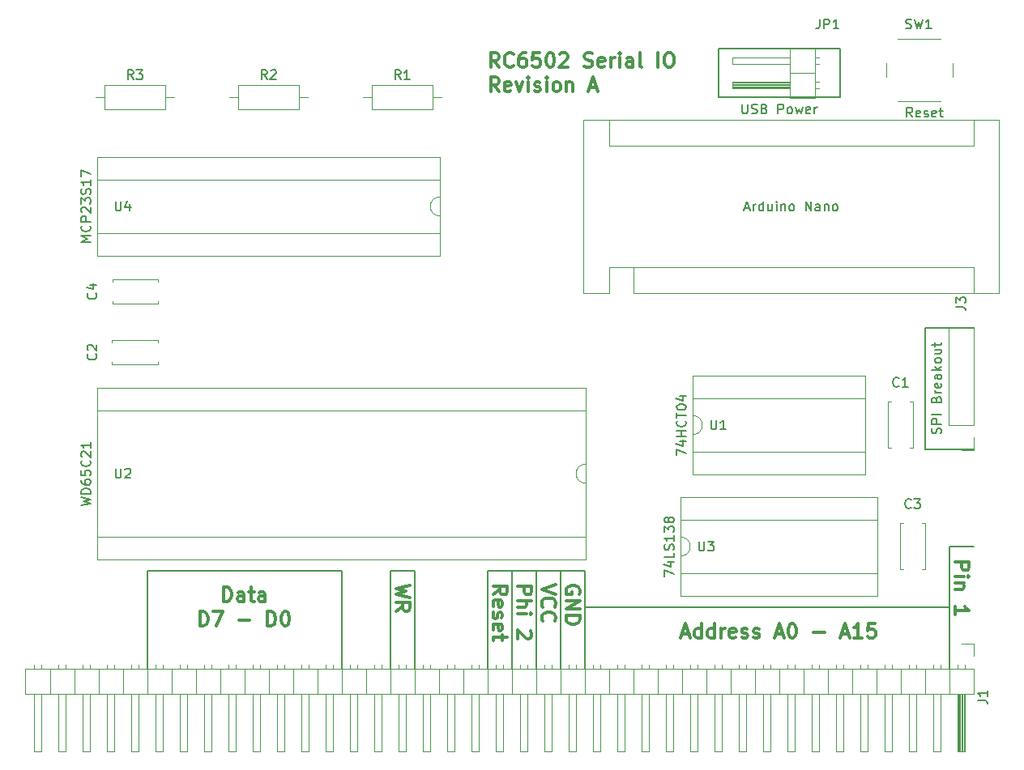
<source format=gto>
G04 #@! TF.FileFunction,Legend,Top*
%FSLAX46Y46*%
G04 Gerber Fmt 4.6, Leading zero omitted, Abs format (unit mm)*
G04 Created by KiCad (PCBNEW 4.0.6) date 05/15/17 22:09:24*
%MOMM*%
%LPD*%
G01*
G04 APERTURE LIST*
%ADD10C,0.100000*%
%ADD11C,0.300000*%
%ADD12C,0.200000*%
%ADD13C,0.120000*%
%ADD14C,0.150000*%
G04 APERTURE END LIST*
D10*
D11*
X148534286Y-71793571D02*
X148034286Y-71079286D01*
X147677143Y-71793571D02*
X147677143Y-70293571D01*
X148248571Y-70293571D01*
X148391429Y-70365000D01*
X148462857Y-70436429D01*
X148534286Y-70579286D01*
X148534286Y-70793571D01*
X148462857Y-70936429D01*
X148391429Y-71007857D01*
X148248571Y-71079286D01*
X147677143Y-71079286D01*
X150034286Y-71650714D02*
X149962857Y-71722143D01*
X149748571Y-71793571D01*
X149605714Y-71793571D01*
X149391429Y-71722143D01*
X149248571Y-71579286D01*
X149177143Y-71436429D01*
X149105714Y-71150714D01*
X149105714Y-70936429D01*
X149177143Y-70650714D01*
X149248571Y-70507857D01*
X149391429Y-70365000D01*
X149605714Y-70293571D01*
X149748571Y-70293571D01*
X149962857Y-70365000D01*
X150034286Y-70436429D01*
X151320000Y-70293571D02*
X151034286Y-70293571D01*
X150891429Y-70365000D01*
X150820000Y-70436429D01*
X150677143Y-70650714D01*
X150605714Y-70936429D01*
X150605714Y-71507857D01*
X150677143Y-71650714D01*
X150748571Y-71722143D01*
X150891429Y-71793571D01*
X151177143Y-71793571D01*
X151320000Y-71722143D01*
X151391429Y-71650714D01*
X151462857Y-71507857D01*
X151462857Y-71150714D01*
X151391429Y-71007857D01*
X151320000Y-70936429D01*
X151177143Y-70865000D01*
X150891429Y-70865000D01*
X150748571Y-70936429D01*
X150677143Y-71007857D01*
X150605714Y-71150714D01*
X152820000Y-70293571D02*
X152105714Y-70293571D01*
X152034285Y-71007857D01*
X152105714Y-70936429D01*
X152248571Y-70865000D01*
X152605714Y-70865000D01*
X152748571Y-70936429D01*
X152820000Y-71007857D01*
X152891428Y-71150714D01*
X152891428Y-71507857D01*
X152820000Y-71650714D01*
X152748571Y-71722143D01*
X152605714Y-71793571D01*
X152248571Y-71793571D01*
X152105714Y-71722143D01*
X152034285Y-71650714D01*
X153819999Y-70293571D02*
X153962856Y-70293571D01*
X154105713Y-70365000D01*
X154177142Y-70436429D01*
X154248571Y-70579286D01*
X154319999Y-70865000D01*
X154319999Y-71222143D01*
X154248571Y-71507857D01*
X154177142Y-71650714D01*
X154105713Y-71722143D01*
X153962856Y-71793571D01*
X153819999Y-71793571D01*
X153677142Y-71722143D01*
X153605713Y-71650714D01*
X153534285Y-71507857D01*
X153462856Y-71222143D01*
X153462856Y-70865000D01*
X153534285Y-70579286D01*
X153605713Y-70436429D01*
X153677142Y-70365000D01*
X153819999Y-70293571D01*
X154891427Y-70436429D02*
X154962856Y-70365000D01*
X155105713Y-70293571D01*
X155462856Y-70293571D01*
X155605713Y-70365000D01*
X155677142Y-70436429D01*
X155748570Y-70579286D01*
X155748570Y-70722143D01*
X155677142Y-70936429D01*
X154819999Y-71793571D01*
X155748570Y-71793571D01*
X157462855Y-71722143D02*
X157677141Y-71793571D01*
X158034284Y-71793571D01*
X158177141Y-71722143D01*
X158248570Y-71650714D01*
X158319998Y-71507857D01*
X158319998Y-71365000D01*
X158248570Y-71222143D01*
X158177141Y-71150714D01*
X158034284Y-71079286D01*
X157748570Y-71007857D01*
X157605712Y-70936429D01*
X157534284Y-70865000D01*
X157462855Y-70722143D01*
X157462855Y-70579286D01*
X157534284Y-70436429D01*
X157605712Y-70365000D01*
X157748570Y-70293571D01*
X158105712Y-70293571D01*
X158319998Y-70365000D01*
X159534283Y-71722143D02*
X159391426Y-71793571D01*
X159105712Y-71793571D01*
X158962855Y-71722143D01*
X158891426Y-71579286D01*
X158891426Y-71007857D01*
X158962855Y-70865000D01*
X159105712Y-70793571D01*
X159391426Y-70793571D01*
X159534283Y-70865000D01*
X159605712Y-71007857D01*
X159605712Y-71150714D01*
X158891426Y-71293571D01*
X160248569Y-71793571D02*
X160248569Y-70793571D01*
X160248569Y-71079286D02*
X160319997Y-70936429D01*
X160391426Y-70865000D01*
X160534283Y-70793571D01*
X160677140Y-70793571D01*
X161177140Y-71793571D02*
X161177140Y-70793571D01*
X161177140Y-70293571D02*
X161105711Y-70365000D01*
X161177140Y-70436429D01*
X161248568Y-70365000D01*
X161177140Y-70293571D01*
X161177140Y-70436429D01*
X162534283Y-71793571D02*
X162534283Y-71007857D01*
X162462854Y-70865000D01*
X162319997Y-70793571D01*
X162034283Y-70793571D01*
X161891426Y-70865000D01*
X162534283Y-71722143D02*
X162391426Y-71793571D01*
X162034283Y-71793571D01*
X161891426Y-71722143D01*
X161819997Y-71579286D01*
X161819997Y-71436429D01*
X161891426Y-71293571D01*
X162034283Y-71222143D01*
X162391426Y-71222143D01*
X162534283Y-71150714D01*
X163462855Y-71793571D02*
X163319997Y-71722143D01*
X163248569Y-71579286D01*
X163248569Y-70293571D01*
X165177140Y-71793571D02*
X165177140Y-70293571D01*
X166177140Y-70293571D02*
X166462854Y-70293571D01*
X166605712Y-70365000D01*
X166748569Y-70507857D01*
X166819997Y-70793571D01*
X166819997Y-71293571D01*
X166748569Y-71579286D01*
X166605712Y-71722143D01*
X166462854Y-71793571D01*
X166177140Y-71793571D01*
X166034283Y-71722143D01*
X165891426Y-71579286D01*
X165819997Y-71293571D01*
X165819997Y-70793571D01*
X165891426Y-70507857D01*
X166034283Y-70365000D01*
X166177140Y-70293571D01*
X148534286Y-74343571D02*
X148034286Y-73629286D01*
X147677143Y-74343571D02*
X147677143Y-72843571D01*
X148248571Y-72843571D01*
X148391429Y-72915000D01*
X148462857Y-72986429D01*
X148534286Y-73129286D01*
X148534286Y-73343571D01*
X148462857Y-73486429D01*
X148391429Y-73557857D01*
X148248571Y-73629286D01*
X147677143Y-73629286D01*
X149748571Y-74272143D02*
X149605714Y-74343571D01*
X149320000Y-74343571D01*
X149177143Y-74272143D01*
X149105714Y-74129286D01*
X149105714Y-73557857D01*
X149177143Y-73415000D01*
X149320000Y-73343571D01*
X149605714Y-73343571D01*
X149748571Y-73415000D01*
X149820000Y-73557857D01*
X149820000Y-73700714D01*
X149105714Y-73843571D01*
X150320000Y-73343571D02*
X150677143Y-74343571D01*
X151034285Y-73343571D01*
X151605714Y-74343571D02*
X151605714Y-73343571D01*
X151605714Y-72843571D02*
X151534285Y-72915000D01*
X151605714Y-72986429D01*
X151677142Y-72915000D01*
X151605714Y-72843571D01*
X151605714Y-72986429D01*
X152248571Y-74272143D02*
X152391428Y-74343571D01*
X152677143Y-74343571D01*
X152820000Y-74272143D01*
X152891428Y-74129286D01*
X152891428Y-74057857D01*
X152820000Y-73915000D01*
X152677143Y-73843571D01*
X152462857Y-73843571D01*
X152320000Y-73772143D01*
X152248571Y-73629286D01*
X152248571Y-73557857D01*
X152320000Y-73415000D01*
X152462857Y-73343571D01*
X152677143Y-73343571D01*
X152820000Y-73415000D01*
X153534286Y-74343571D02*
X153534286Y-73343571D01*
X153534286Y-72843571D02*
X153462857Y-72915000D01*
X153534286Y-72986429D01*
X153605714Y-72915000D01*
X153534286Y-72843571D01*
X153534286Y-72986429D01*
X154462858Y-74343571D02*
X154320000Y-74272143D01*
X154248572Y-74200714D01*
X154177143Y-74057857D01*
X154177143Y-73629286D01*
X154248572Y-73486429D01*
X154320000Y-73415000D01*
X154462858Y-73343571D01*
X154677143Y-73343571D01*
X154820000Y-73415000D01*
X154891429Y-73486429D01*
X154962858Y-73629286D01*
X154962858Y-74057857D01*
X154891429Y-74200714D01*
X154820000Y-74272143D01*
X154677143Y-74343571D01*
X154462858Y-74343571D01*
X155605715Y-73343571D02*
X155605715Y-74343571D01*
X155605715Y-73486429D02*
X155677143Y-73415000D01*
X155820001Y-73343571D01*
X156034286Y-73343571D01*
X156177143Y-73415000D01*
X156248572Y-73557857D01*
X156248572Y-74343571D01*
X158034286Y-73915000D02*
X158748572Y-73915000D01*
X157891429Y-74343571D02*
X158391429Y-72843571D01*
X158891429Y-74343571D01*
X167692858Y-131060000D02*
X168407144Y-131060000D01*
X167550001Y-131488571D02*
X168050001Y-129988571D01*
X168550001Y-131488571D01*
X169692858Y-131488571D02*
X169692858Y-129988571D01*
X169692858Y-131417143D02*
X169550001Y-131488571D01*
X169264287Y-131488571D01*
X169121429Y-131417143D01*
X169050001Y-131345714D01*
X168978572Y-131202857D01*
X168978572Y-130774286D01*
X169050001Y-130631429D01*
X169121429Y-130560000D01*
X169264287Y-130488571D01*
X169550001Y-130488571D01*
X169692858Y-130560000D01*
X171050001Y-131488571D02*
X171050001Y-129988571D01*
X171050001Y-131417143D02*
X170907144Y-131488571D01*
X170621430Y-131488571D01*
X170478572Y-131417143D01*
X170407144Y-131345714D01*
X170335715Y-131202857D01*
X170335715Y-130774286D01*
X170407144Y-130631429D01*
X170478572Y-130560000D01*
X170621430Y-130488571D01*
X170907144Y-130488571D01*
X171050001Y-130560000D01*
X171764287Y-131488571D02*
X171764287Y-130488571D01*
X171764287Y-130774286D02*
X171835715Y-130631429D01*
X171907144Y-130560000D01*
X172050001Y-130488571D01*
X172192858Y-130488571D01*
X173264286Y-131417143D02*
X173121429Y-131488571D01*
X172835715Y-131488571D01*
X172692858Y-131417143D01*
X172621429Y-131274286D01*
X172621429Y-130702857D01*
X172692858Y-130560000D01*
X172835715Y-130488571D01*
X173121429Y-130488571D01*
X173264286Y-130560000D01*
X173335715Y-130702857D01*
X173335715Y-130845714D01*
X172621429Y-130988571D01*
X173907143Y-131417143D02*
X174050000Y-131488571D01*
X174335715Y-131488571D01*
X174478572Y-131417143D01*
X174550000Y-131274286D01*
X174550000Y-131202857D01*
X174478572Y-131060000D01*
X174335715Y-130988571D01*
X174121429Y-130988571D01*
X173978572Y-130917143D01*
X173907143Y-130774286D01*
X173907143Y-130702857D01*
X173978572Y-130560000D01*
X174121429Y-130488571D01*
X174335715Y-130488571D01*
X174478572Y-130560000D01*
X175121429Y-131417143D02*
X175264286Y-131488571D01*
X175550001Y-131488571D01*
X175692858Y-131417143D01*
X175764286Y-131274286D01*
X175764286Y-131202857D01*
X175692858Y-131060000D01*
X175550001Y-130988571D01*
X175335715Y-130988571D01*
X175192858Y-130917143D01*
X175121429Y-130774286D01*
X175121429Y-130702857D01*
X175192858Y-130560000D01*
X175335715Y-130488571D01*
X175550001Y-130488571D01*
X175692858Y-130560000D01*
X177478572Y-131060000D02*
X178192858Y-131060000D01*
X177335715Y-131488571D02*
X177835715Y-129988571D01*
X178335715Y-131488571D01*
X179121429Y-129988571D02*
X179264286Y-129988571D01*
X179407143Y-130060000D01*
X179478572Y-130131429D01*
X179550001Y-130274286D01*
X179621429Y-130560000D01*
X179621429Y-130917143D01*
X179550001Y-131202857D01*
X179478572Y-131345714D01*
X179407143Y-131417143D01*
X179264286Y-131488571D01*
X179121429Y-131488571D01*
X178978572Y-131417143D01*
X178907143Y-131345714D01*
X178835715Y-131202857D01*
X178764286Y-130917143D01*
X178764286Y-130560000D01*
X178835715Y-130274286D01*
X178907143Y-130131429D01*
X178978572Y-130060000D01*
X179121429Y-129988571D01*
X181407143Y-130917143D02*
X182550000Y-130917143D01*
X184335714Y-131060000D02*
X185050000Y-131060000D01*
X184192857Y-131488571D02*
X184692857Y-129988571D01*
X185192857Y-131488571D01*
X186478571Y-131488571D02*
X185621428Y-131488571D01*
X186050000Y-131488571D02*
X186050000Y-129988571D01*
X185907143Y-130202857D01*
X185764285Y-130345714D01*
X185621428Y-130417143D01*
X187835714Y-129988571D02*
X187121428Y-129988571D01*
X187049999Y-130702857D01*
X187121428Y-130631429D01*
X187264285Y-130560000D01*
X187621428Y-130560000D01*
X187764285Y-130631429D01*
X187835714Y-130702857D01*
X187907142Y-130845714D01*
X187907142Y-131202857D01*
X187835714Y-131345714D01*
X187764285Y-131417143D01*
X187621428Y-131488571D01*
X187264285Y-131488571D01*
X187121428Y-131417143D01*
X187049999Y-131345714D01*
X119741429Y-127673571D02*
X119741429Y-126173571D01*
X120098572Y-126173571D01*
X120312857Y-126245000D01*
X120455715Y-126387857D01*
X120527143Y-126530714D01*
X120598572Y-126816429D01*
X120598572Y-127030714D01*
X120527143Y-127316429D01*
X120455715Y-127459286D01*
X120312857Y-127602143D01*
X120098572Y-127673571D01*
X119741429Y-127673571D01*
X121884286Y-127673571D02*
X121884286Y-126887857D01*
X121812857Y-126745000D01*
X121670000Y-126673571D01*
X121384286Y-126673571D01*
X121241429Y-126745000D01*
X121884286Y-127602143D02*
X121741429Y-127673571D01*
X121384286Y-127673571D01*
X121241429Y-127602143D01*
X121170000Y-127459286D01*
X121170000Y-127316429D01*
X121241429Y-127173571D01*
X121384286Y-127102143D01*
X121741429Y-127102143D01*
X121884286Y-127030714D01*
X122384286Y-126673571D02*
X122955715Y-126673571D01*
X122598572Y-126173571D02*
X122598572Y-127459286D01*
X122670000Y-127602143D01*
X122812858Y-127673571D01*
X122955715Y-127673571D01*
X124098572Y-127673571D02*
X124098572Y-126887857D01*
X124027143Y-126745000D01*
X123884286Y-126673571D01*
X123598572Y-126673571D01*
X123455715Y-126745000D01*
X124098572Y-127602143D02*
X123955715Y-127673571D01*
X123598572Y-127673571D01*
X123455715Y-127602143D01*
X123384286Y-127459286D01*
X123384286Y-127316429D01*
X123455715Y-127173571D01*
X123598572Y-127102143D01*
X123955715Y-127102143D01*
X124098572Y-127030714D01*
X117277144Y-130223571D02*
X117277144Y-128723571D01*
X117634287Y-128723571D01*
X117848572Y-128795000D01*
X117991430Y-128937857D01*
X118062858Y-129080714D01*
X118134287Y-129366429D01*
X118134287Y-129580714D01*
X118062858Y-129866429D01*
X117991430Y-130009286D01*
X117848572Y-130152143D01*
X117634287Y-130223571D01*
X117277144Y-130223571D01*
X118634287Y-128723571D02*
X119634287Y-128723571D01*
X118991430Y-130223571D01*
X121348572Y-129652143D02*
X122491429Y-129652143D01*
X124348572Y-130223571D02*
X124348572Y-128723571D01*
X124705715Y-128723571D01*
X124920000Y-128795000D01*
X125062858Y-128937857D01*
X125134286Y-129080714D01*
X125205715Y-129366429D01*
X125205715Y-129580714D01*
X125134286Y-129866429D01*
X125062858Y-130009286D01*
X124920000Y-130152143D01*
X124705715Y-130223571D01*
X124348572Y-130223571D01*
X126134286Y-128723571D02*
X126277143Y-128723571D01*
X126420000Y-128795000D01*
X126491429Y-128866429D01*
X126562858Y-129009286D01*
X126634286Y-129295000D01*
X126634286Y-129652143D01*
X126562858Y-129937857D01*
X126491429Y-130080714D01*
X126420000Y-130152143D01*
X126277143Y-130223571D01*
X126134286Y-130223571D01*
X125991429Y-130152143D01*
X125920000Y-130080714D01*
X125848572Y-129937857D01*
X125777143Y-129652143D01*
X125777143Y-129295000D01*
X125848572Y-129009286D01*
X125920000Y-128866429D01*
X125991429Y-128795000D01*
X126134286Y-128723571D01*
X156960000Y-126872857D02*
X157031429Y-126730000D01*
X157031429Y-126515714D01*
X156960000Y-126301429D01*
X156817143Y-126158571D01*
X156674286Y-126087143D01*
X156388571Y-126015714D01*
X156174286Y-126015714D01*
X155888571Y-126087143D01*
X155745714Y-126158571D01*
X155602857Y-126301429D01*
X155531429Y-126515714D01*
X155531429Y-126658571D01*
X155602857Y-126872857D01*
X155674286Y-126944286D01*
X156174286Y-126944286D01*
X156174286Y-126658571D01*
X155531429Y-127587143D02*
X157031429Y-127587143D01*
X155531429Y-128444286D01*
X157031429Y-128444286D01*
X155531429Y-129158572D02*
X157031429Y-129158572D01*
X157031429Y-129515715D01*
X156960000Y-129730000D01*
X156817143Y-129872858D01*
X156674286Y-129944286D01*
X156388571Y-130015715D01*
X156174286Y-130015715D01*
X155888571Y-129944286D01*
X155745714Y-129872858D01*
X155602857Y-129730000D01*
X155531429Y-129515715D01*
X155531429Y-129158572D01*
X154491429Y-125872857D02*
X152991429Y-126372857D01*
X154491429Y-126872857D01*
X153134286Y-128230000D02*
X153062857Y-128158571D01*
X152991429Y-127944285D01*
X152991429Y-127801428D01*
X153062857Y-127587143D01*
X153205714Y-127444285D01*
X153348571Y-127372857D01*
X153634286Y-127301428D01*
X153848571Y-127301428D01*
X154134286Y-127372857D01*
X154277143Y-127444285D01*
X154420000Y-127587143D01*
X154491429Y-127801428D01*
X154491429Y-127944285D01*
X154420000Y-128158571D01*
X154348571Y-128230000D01*
X153134286Y-129730000D02*
X153062857Y-129658571D01*
X152991429Y-129444285D01*
X152991429Y-129301428D01*
X153062857Y-129087143D01*
X153205714Y-128944285D01*
X153348571Y-128872857D01*
X153634286Y-128801428D01*
X153848571Y-128801428D01*
X154134286Y-128872857D01*
X154277143Y-128944285D01*
X154420000Y-129087143D01*
X154491429Y-129301428D01*
X154491429Y-129444285D01*
X154420000Y-129658571D01*
X154348571Y-129730000D01*
X150451429Y-126087143D02*
X151951429Y-126087143D01*
X151951429Y-126658571D01*
X151880000Y-126801429D01*
X151808571Y-126872857D01*
X151665714Y-126944286D01*
X151451429Y-126944286D01*
X151308571Y-126872857D01*
X151237143Y-126801429D01*
X151165714Y-126658571D01*
X151165714Y-126087143D01*
X150451429Y-127587143D02*
X151951429Y-127587143D01*
X150451429Y-128230000D02*
X151237143Y-128230000D01*
X151380000Y-128158571D01*
X151451429Y-128015714D01*
X151451429Y-127801429D01*
X151380000Y-127658571D01*
X151308571Y-127587143D01*
X150451429Y-128944286D02*
X151451429Y-128944286D01*
X151951429Y-128944286D02*
X151880000Y-128872857D01*
X151808571Y-128944286D01*
X151880000Y-129015714D01*
X151951429Y-128944286D01*
X151808571Y-128944286D01*
X151808571Y-130730000D02*
X151880000Y-130801429D01*
X151951429Y-130944286D01*
X151951429Y-131301429D01*
X151880000Y-131444286D01*
X151808571Y-131515715D01*
X151665714Y-131587143D01*
X151522857Y-131587143D01*
X151308571Y-131515715D01*
X150451429Y-130658572D01*
X150451429Y-131587143D01*
X139251429Y-125944286D02*
X137751429Y-126301429D01*
X138822857Y-126587143D01*
X137751429Y-126872857D01*
X139251429Y-127230000D01*
X137751429Y-128658572D02*
X138465714Y-128158572D01*
X137751429Y-127801429D02*
X139251429Y-127801429D01*
X139251429Y-128372857D01*
X139180000Y-128515715D01*
X139108571Y-128587143D01*
X138965714Y-128658572D01*
X138751429Y-128658572D01*
X138608571Y-128587143D01*
X138537143Y-128515715D01*
X138465714Y-128372857D01*
X138465714Y-127801429D01*
D12*
X157480000Y-128270000D02*
X195580000Y-128270000D01*
X157480000Y-124460000D02*
X157480000Y-134620000D01*
X154940000Y-124460000D02*
X157480000Y-124460000D01*
X154940000Y-124460000D02*
X154940000Y-134620000D01*
X152400000Y-124460000D02*
X154940000Y-124460000D01*
X152400000Y-124460000D02*
X152400000Y-134620000D01*
X149860000Y-124460000D02*
X152400000Y-124460000D01*
X147320000Y-124460000D02*
X147320000Y-134620000D01*
D11*
X147911429Y-126944286D02*
X148625714Y-126444286D01*
X147911429Y-126087143D02*
X149411429Y-126087143D01*
X149411429Y-126658571D01*
X149340000Y-126801429D01*
X149268571Y-126872857D01*
X149125714Y-126944286D01*
X148911429Y-126944286D01*
X148768571Y-126872857D01*
X148697143Y-126801429D01*
X148625714Y-126658571D01*
X148625714Y-126087143D01*
X147982857Y-128158571D02*
X147911429Y-128015714D01*
X147911429Y-127730000D01*
X147982857Y-127587143D01*
X148125714Y-127515714D01*
X148697143Y-127515714D01*
X148840000Y-127587143D01*
X148911429Y-127730000D01*
X148911429Y-128015714D01*
X148840000Y-128158571D01*
X148697143Y-128230000D01*
X148554286Y-128230000D01*
X148411429Y-127515714D01*
X147982857Y-128801428D02*
X147911429Y-128944285D01*
X147911429Y-129230000D01*
X147982857Y-129372857D01*
X148125714Y-129444285D01*
X148197143Y-129444285D01*
X148340000Y-129372857D01*
X148411429Y-129230000D01*
X148411429Y-129015714D01*
X148482857Y-128872857D01*
X148625714Y-128801428D01*
X148697143Y-128801428D01*
X148840000Y-128872857D01*
X148911429Y-129015714D01*
X148911429Y-129230000D01*
X148840000Y-129372857D01*
X147982857Y-130658571D02*
X147911429Y-130515714D01*
X147911429Y-130230000D01*
X147982857Y-130087143D01*
X148125714Y-130015714D01*
X148697143Y-130015714D01*
X148840000Y-130087143D01*
X148911429Y-130230000D01*
X148911429Y-130515714D01*
X148840000Y-130658571D01*
X148697143Y-130730000D01*
X148554286Y-130730000D01*
X148411429Y-130015714D01*
X148911429Y-131158571D02*
X148911429Y-131730000D01*
X149411429Y-131372857D02*
X148125714Y-131372857D01*
X147982857Y-131444285D01*
X147911429Y-131587143D01*
X147911429Y-131730000D01*
D12*
X149860000Y-124460000D02*
X149860000Y-134620000D01*
X147320000Y-124460000D02*
X149860000Y-124460000D01*
X139700000Y-124460000D02*
X139700000Y-134620000D01*
X137160000Y-124460000D02*
X139700000Y-124460000D01*
X137160000Y-134620000D02*
X137160000Y-124460000D01*
X132080000Y-124460000D02*
X132080000Y-134620000D01*
X111760000Y-124460000D02*
X132080000Y-124460000D01*
X111760000Y-134620000D02*
X111760000Y-124460000D01*
D11*
X196171429Y-123547143D02*
X197671429Y-123547143D01*
X197671429Y-124118571D01*
X197600000Y-124261429D01*
X197528571Y-124332857D01*
X197385714Y-124404286D01*
X197171429Y-124404286D01*
X197028571Y-124332857D01*
X196957143Y-124261429D01*
X196885714Y-124118571D01*
X196885714Y-123547143D01*
X196171429Y-125047143D02*
X197171429Y-125047143D01*
X197671429Y-125047143D02*
X197600000Y-124975714D01*
X197528571Y-125047143D01*
X197600000Y-125118571D01*
X197671429Y-125047143D01*
X197528571Y-125047143D01*
X197171429Y-125761429D02*
X196171429Y-125761429D01*
X197028571Y-125761429D02*
X197100000Y-125832857D01*
X197171429Y-125975715D01*
X197171429Y-126190000D01*
X197100000Y-126332857D01*
X196957143Y-126404286D01*
X196171429Y-126404286D01*
X196171429Y-129047143D02*
X196171429Y-128190000D01*
X196171429Y-128618572D02*
X197671429Y-128618572D01*
X197457143Y-128475715D01*
X197314286Y-128332857D01*
X197242857Y-128190000D01*
D12*
X195580000Y-121920000D02*
X198120000Y-121920000D01*
X195580000Y-134620000D02*
X195580000Y-121920000D01*
X193040000Y-99060000D02*
X198120000Y-99060000D01*
X193040000Y-111760000D02*
X193040000Y-99060000D01*
X198120000Y-111760000D02*
X193040000Y-111760000D01*
X184150000Y-74930000D02*
X184150000Y-69850000D01*
X171450000Y-74930000D02*
X184150000Y-74930000D01*
X171450000Y-69850000D02*
X171450000Y-74930000D01*
X184150000Y-69850000D02*
X171450000Y-69850000D01*
D13*
X191810000Y-106770000D02*
X191810000Y-111590000D01*
X189190000Y-106770000D02*
X189190000Y-111590000D01*
X191810000Y-106770000D02*
X191496000Y-106770000D01*
X189504000Y-106770000D02*
X189190000Y-106770000D01*
X191810000Y-111590000D02*
X191496000Y-111590000D01*
X189504000Y-111590000D02*
X189190000Y-111590000D01*
X108040000Y-100290000D02*
X112860000Y-100290000D01*
X108040000Y-102910000D02*
X112860000Y-102910000D01*
X108040000Y-100290000D02*
X108040000Y-100604000D01*
X108040000Y-102596000D02*
X108040000Y-102910000D01*
X112860000Y-100290000D02*
X112860000Y-100604000D01*
X112860000Y-102596000D02*
X112860000Y-102910000D01*
X193080000Y-119470000D02*
X193080000Y-124290000D01*
X190460000Y-119470000D02*
X190460000Y-124290000D01*
X193080000Y-119470000D02*
X192766000Y-119470000D01*
X190774000Y-119470000D02*
X190460000Y-119470000D01*
X193080000Y-124290000D02*
X192766000Y-124290000D01*
X190774000Y-124290000D02*
X190460000Y-124290000D01*
X112940000Y-96560000D02*
X108120000Y-96560000D01*
X112940000Y-93940000D02*
X108120000Y-93940000D01*
X112940000Y-96560000D02*
X112940000Y-96246000D01*
X112940000Y-94254000D02*
X112940000Y-93940000D01*
X108120000Y-96560000D02*
X108120000Y-96246000D01*
X108120000Y-94254000D02*
X108120000Y-93940000D01*
X198180000Y-134690000D02*
X195580000Y-134690000D01*
X195580000Y-134690000D02*
X195580000Y-137310000D01*
X195580000Y-137310000D02*
X198180000Y-137310000D01*
X198180000Y-137310000D02*
X198180000Y-134690000D01*
X197230000Y-137310000D02*
X196470000Y-137310000D01*
X196470000Y-137310000D02*
X196470000Y-143310000D01*
X196470000Y-143310000D02*
X197230000Y-143310000D01*
X197230000Y-143310000D02*
X197230000Y-137310000D01*
X197230000Y-134260000D02*
X197230000Y-134690000D01*
X196470000Y-134260000D02*
X196470000Y-134690000D01*
X197110000Y-137310000D02*
X197110000Y-143310000D01*
X196990000Y-137310000D02*
X196990000Y-143310000D01*
X196870000Y-137310000D02*
X196870000Y-143310000D01*
X196750000Y-137310000D02*
X196750000Y-143310000D01*
X196630000Y-137310000D02*
X196630000Y-143310000D01*
X196510000Y-137310000D02*
X196510000Y-143310000D01*
X195580000Y-134690000D02*
X193040000Y-134690000D01*
X193040000Y-134690000D02*
X193040000Y-137310000D01*
X193040000Y-137310000D02*
X195580000Y-137310000D01*
X195580000Y-137310000D02*
X195580000Y-134690000D01*
X194690000Y-137310000D02*
X193930000Y-137310000D01*
X193930000Y-137310000D02*
X193930000Y-143310000D01*
X193930000Y-143310000D02*
X194690000Y-143310000D01*
X194690000Y-143310000D02*
X194690000Y-137310000D01*
X194690000Y-134260000D02*
X194690000Y-134690000D01*
X193930000Y-134260000D02*
X193930000Y-134690000D01*
X193040000Y-134690000D02*
X190500000Y-134690000D01*
X190500000Y-134690000D02*
X190500000Y-137310000D01*
X190500000Y-137310000D02*
X193040000Y-137310000D01*
X193040000Y-137310000D02*
X193040000Y-134690000D01*
X192150000Y-137310000D02*
X191390000Y-137310000D01*
X191390000Y-137310000D02*
X191390000Y-143310000D01*
X191390000Y-143310000D02*
X192150000Y-143310000D01*
X192150000Y-143310000D02*
X192150000Y-137310000D01*
X192150000Y-134260000D02*
X192150000Y-134690000D01*
X191390000Y-134260000D02*
X191390000Y-134690000D01*
X190500000Y-134690000D02*
X187960000Y-134690000D01*
X187960000Y-134690000D02*
X187960000Y-137310000D01*
X187960000Y-137310000D02*
X190500000Y-137310000D01*
X190500000Y-137310000D02*
X190500000Y-134690000D01*
X189610000Y-137310000D02*
X188850000Y-137310000D01*
X188850000Y-137310000D02*
X188850000Y-143310000D01*
X188850000Y-143310000D02*
X189610000Y-143310000D01*
X189610000Y-143310000D02*
X189610000Y-137310000D01*
X189610000Y-134260000D02*
X189610000Y-134690000D01*
X188850000Y-134260000D02*
X188850000Y-134690000D01*
X187960000Y-134690000D02*
X185420000Y-134690000D01*
X185420000Y-134690000D02*
X185420000Y-137310000D01*
X185420000Y-137310000D02*
X187960000Y-137310000D01*
X187960000Y-137310000D02*
X187960000Y-134690000D01*
X187070000Y-137310000D02*
X186310000Y-137310000D01*
X186310000Y-137310000D02*
X186310000Y-143310000D01*
X186310000Y-143310000D02*
X187070000Y-143310000D01*
X187070000Y-143310000D02*
X187070000Y-137310000D01*
X187070000Y-134260000D02*
X187070000Y-134690000D01*
X186310000Y-134260000D02*
X186310000Y-134690000D01*
X185420000Y-134690000D02*
X182880000Y-134690000D01*
X182880000Y-134690000D02*
X182880000Y-137310000D01*
X182880000Y-137310000D02*
X185420000Y-137310000D01*
X185420000Y-137310000D02*
X185420000Y-134690000D01*
X184530000Y-137310000D02*
X183770000Y-137310000D01*
X183770000Y-137310000D02*
X183770000Y-143310000D01*
X183770000Y-143310000D02*
X184530000Y-143310000D01*
X184530000Y-143310000D02*
X184530000Y-137310000D01*
X184530000Y-134260000D02*
X184530000Y-134690000D01*
X183770000Y-134260000D02*
X183770000Y-134690000D01*
X182880000Y-134690000D02*
X180340000Y-134690000D01*
X180340000Y-134690000D02*
X180340000Y-137310000D01*
X180340000Y-137310000D02*
X182880000Y-137310000D01*
X182880000Y-137310000D02*
X182880000Y-134690000D01*
X181990000Y-137310000D02*
X181230000Y-137310000D01*
X181230000Y-137310000D02*
X181230000Y-143310000D01*
X181230000Y-143310000D02*
X181990000Y-143310000D01*
X181990000Y-143310000D02*
X181990000Y-137310000D01*
X181990000Y-134260000D02*
X181990000Y-134690000D01*
X181230000Y-134260000D02*
X181230000Y-134690000D01*
X180340000Y-134690000D02*
X177800000Y-134690000D01*
X177800000Y-134690000D02*
X177800000Y-137310000D01*
X177800000Y-137310000D02*
X180340000Y-137310000D01*
X180340000Y-137310000D02*
X180340000Y-134690000D01*
X179450000Y-137310000D02*
X178690000Y-137310000D01*
X178690000Y-137310000D02*
X178690000Y-143310000D01*
X178690000Y-143310000D02*
X179450000Y-143310000D01*
X179450000Y-143310000D02*
X179450000Y-137310000D01*
X179450000Y-134260000D02*
X179450000Y-134690000D01*
X178690000Y-134260000D02*
X178690000Y-134690000D01*
X177800000Y-134690000D02*
X175260000Y-134690000D01*
X175260000Y-134690000D02*
X175260000Y-137310000D01*
X175260000Y-137310000D02*
X177800000Y-137310000D01*
X177800000Y-137310000D02*
X177800000Y-134690000D01*
X176910000Y-137310000D02*
X176150000Y-137310000D01*
X176150000Y-137310000D02*
X176150000Y-143310000D01*
X176150000Y-143310000D02*
X176910000Y-143310000D01*
X176910000Y-143310000D02*
X176910000Y-137310000D01*
X176910000Y-134260000D02*
X176910000Y-134690000D01*
X176150000Y-134260000D02*
X176150000Y-134690000D01*
X175260000Y-134690000D02*
X172720000Y-134690000D01*
X172720000Y-134690000D02*
X172720000Y-137310000D01*
X172720000Y-137310000D02*
X175260000Y-137310000D01*
X175260000Y-137310000D02*
X175260000Y-134690000D01*
X174370000Y-137310000D02*
X173610000Y-137310000D01*
X173610000Y-137310000D02*
X173610000Y-143310000D01*
X173610000Y-143310000D02*
X174370000Y-143310000D01*
X174370000Y-143310000D02*
X174370000Y-137310000D01*
X174370000Y-134260000D02*
X174370000Y-134690000D01*
X173610000Y-134260000D02*
X173610000Y-134690000D01*
X172720000Y-134690000D02*
X170180000Y-134690000D01*
X170180000Y-134690000D02*
X170180000Y-137310000D01*
X170180000Y-137310000D02*
X172720000Y-137310000D01*
X172720000Y-137310000D02*
X172720000Y-134690000D01*
X171830000Y-137310000D02*
X171070000Y-137310000D01*
X171070000Y-137310000D02*
X171070000Y-143310000D01*
X171070000Y-143310000D02*
X171830000Y-143310000D01*
X171830000Y-143310000D02*
X171830000Y-137310000D01*
X171830000Y-134260000D02*
X171830000Y-134690000D01*
X171070000Y-134260000D02*
X171070000Y-134690000D01*
X170180000Y-134690000D02*
X167640000Y-134690000D01*
X167640000Y-134690000D02*
X167640000Y-137310000D01*
X167640000Y-137310000D02*
X170180000Y-137310000D01*
X170180000Y-137310000D02*
X170180000Y-134690000D01*
X169290000Y-137310000D02*
X168530000Y-137310000D01*
X168530000Y-137310000D02*
X168530000Y-143310000D01*
X168530000Y-143310000D02*
X169290000Y-143310000D01*
X169290000Y-143310000D02*
X169290000Y-137310000D01*
X169290000Y-134260000D02*
X169290000Y-134690000D01*
X168530000Y-134260000D02*
X168530000Y-134690000D01*
X167640000Y-134690000D02*
X165100000Y-134690000D01*
X165100000Y-134690000D02*
X165100000Y-137310000D01*
X165100000Y-137310000D02*
X167640000Y-137310000D01*
X167640000Y-137310000D02*
X167640000Y-134690000D01*
X166750000Y-137310000D02*
X165990000Y-137310000D01*
X165990000Y-137310000D02*
X165990000Y-143310000D01*
X165990000Y-143310000D02*
X166750000Y-143310000D01*
X166750000Y-143310000D02*
X166750000Y-137310000D01*
X166750000Y-134260000D02*
X166750000Y-134690000D01*
X165990000Y-134260000D02*
X165990000Y-134690000D01*
X165100000Y-134690000D02*
X162560000Y-134690000D01*
X162560000Y-134690000D02*
X162560000Y-137310000D01*
X162560000Y-137310000D02*
X165100000Y-137310000D01*
X165100000Y-137310000D02*
X165100000Y-134690000D01*
X164210000Y-137310000D02*
X163450000Y-137310000D01*
X163450000Y-137310000D02*
X163450000Y-143310000D01*
X163450000Y-143310000D02*
X164210000Y-143310000D01*
X164210000Y-143310000D02*
X164210000Y-137310000D01*
X164210000Y-134260000D02*
X164210000Y-134690000D01*
X163450000Y-134260000D02*
X163450000Y-134690000D01*
X162560000Y-134690000D02*
X160020000Y-134690000D01*
X160020000Y-134690000D02*
X160020000Y-137310000D01*
X160020000Y-137310000D02*
X162560000Y-137310000D01*
X162560000Y-137310000D02*
X162560000Y-134690000D01*
X161670000Y-137310000D02*
X160910000Y-137310000D01*
X160910000Y-137310000D02*
X160910000Y-143310000D01*
X160910000Y-143310000D02*
X161670000Y-143310000D01*
X161670000Y-143310000D02*
X161670000Y-137310000D01*
X161670000Y-134260000D02*
X161670000Y-134690000D01*
X160910000Y-134260000D02*
X160910000Y-134690000D01*
X160020000Y-134690000D02*
X157480000Y-134690000D01*
X157480000Y-134690000D02*
X157480000Y-137310000D01*
X157480000Y-137310000D02*
X160020000Y-137310000D01*
X160020000Y-137310000D02*
X160020000Y-134690000D01*
X159130000Y-137310000D02*
X158370000Y-137310000D01*
X158370000Y-137310000D02*
X158370000Y-143310000D01*
X158370000Y-143310000D02*
X159130000Y-143310000D01*
X159130000Y-143310000D02*
X159130000Y-137310000D01*
X159130000Y-134260000D02*
X159130000Y-134690000D01*
X158370000Y-134260000D02*
X158370000Y-134690000D01*
X157480000Y-134690000D02*
X154940000Y-134690000D01*
X154940000Y-134690000D02*
X154940000Y-137310000D01*
X154940000Y-137310000D02*
X157480000Y-137310000D01*
X157480000Y-137310000D02*
X157480000Y-134690000D01*
X156590000Y-137310000D02*
X155830000Y-137310000D01*
X155830000Y-137310000D02*
X155830000Y-143310000D01*
X155830000Y-143310000D02*
X156590000Y-143310000D01*
X156590000Y-143310000D02*
X156590000Y-137310000D01*
X156590000Y-134260000D02*
X156590000Y-134690000D01*
X155830000Y-134260000D02*
X155830000Y-134690000D01*
X154940000Y-134690000D02*
X152400000Y-134690000D01*
X152400000Y-134690000D02*
X152400000Y-137310000D01*
X152400000Y-137310000D02*
X154940000Y-137310000D01*
X154940000Y-137310000D02*
X154940000Y-134690000D01*
X154050000Y-137310000D02*
X153290000Y-137310000D01*
X153290000Y-137310000D02*
X153290000Y-143310000D01*
X153290000Y-143310000D02*
X154050000Y-143310000D01*
X154050000Y-143310000D02*
X154050000Y-137310000D01*
X154050000Y-134260000D02*
X154050000Y-134690000D01*
X153290000Y-134260000D02*
X153290000Y-134690000D01*
X152400000Y-134690000D02*
X149860000Y-134690000D01*
X149860000Y-134690000D02*
X149860000Y-137310000D01*
X149860000Y-137310000D02*
X152400000Y-137310000D01*
X152400000Y-137310000D02*
X152400000Y-134690000D01*
X151510000Y-137310000D02*
X150750000Y-137310000D01*
X150750000Y-137310000D02*
X150750000Y-143310000D01*
X150750000Y-143310000D02*
X151510000Y-143310000D01*
X151510000Y-143310000D02*
X151510000Y-137310000D01*
X151510000Y-134260000D02*
X151510000Y-134690000D01*
X150750000Y-134260000D02*
X150750000Y-134690000D01*
X149860000Y-134690000D02*
X147320000Y-134690000D01*
X147320000Y-134690000D02*
X147320000Y-137310000D01*
X147320000Y-137310000D02*
X149860000Y-137310000D01*
X149860000Y-137310000D02*
X149860000Y-134690000D01*
X148970000Y-137310000D02*
X148210000Y-137310000D01*
X148210000Y-137310000D02*
X148210000Y-143310000D01*
X148210000Y-143310000D02*
X148970000Y-143310000D01*
X148970000Y-143310000D02*
X148970000Y-137310000D01*
X148970000Y-134260000D02*
X148970000Y-134690000D01*
X148210000Y-134260000D02*
X148210000Y-134690000D01*
X147320000Y-134690000D02*
X144780000Y-134690000D01*
X144780000Y-134690000D02*
X144780000Y-137310000D01*
X144780000Y-137310000D02*
X147320000Y-137310000D01*
X147320000Y-137310000D02*
X147320000Y-134690000D01*
X146430000Y-137310000D02*
X145670000Y-137310000D01*
X145670000Y-137310000D02*
X145670000Y-143310000D01*
X145670000Y-143310000D02*
X146430000Y-143310000D01*
X146430000Y-143310000D02*
X146430000Y-137310000D01*
X146430000Y-134260000D02*
X146430000Y-134690000D01*
X145670000Y-134260000D02*
X145670000Y-134690000D01*
X144780000Y-134690000D02*
X142240000Y-134690000D01*
X142240000Y-134690000D02*
X142240000Y-137310000D01*
X142240000Y-137310000D02*
X144780000Y-137310000D01*
X144780000Y-137310000D02*
X144780000Y-134690000D01*
X143890000Y-137310000D02*
X143130000Y-137310000D01*
X143130000Y-137310000D02*
X143130000Y-143310000D01*
X143130000Y-143310000D02*
X143890000Y-143310000D01*
X143890000Y-143310000D02*
X143890000Y-137310000D01*
X143890000Y-134260000D02*
X143890000Y-134690000D01*
X143130000Y-134260000D02*
X143130000Y-134690000D01*
X142240000Y-134690000D02*
X139700000Y-134690000D01*
X139700000Y-134690000D02*
X139700000Y-137310000D01*
X139700000Y-137310000D02*
X142240000Y-137310000D01*
X142240000Y-137310000D02*
X142240000Y-134690000D01*
X141350000Y-137310000D02*
X140590000Y-137310000D01*
X140590000Y-137310000D02*
X140590000Y-143310000D01*
X140590000Y-143310000D02*
X141350000Y-143310000D01*
X141350000Y-143310000D02*
X141350000Y-137310000D01*
X141350000Y-134260000D02*
X141350000Y-134690000D01*
X140590000Y-134260000D02*
X140590000Y-134690000D01*
X139700000Y-134690000D02*
X137160000Y-134690000D01*
X137160000Y-134690000D02*
X137160000Y-137310000D01*
X137160000Y-137310000D02*
X139700000Y-137310000D01*
X139700000Y-137310000D02*
X139700000Y-134690000D01*
X138810000Y-137310000D02*
X138050000Y-137310000D01*
X138050000Y-137310000D02*
X138050000Y-143310000D01*
X138050000Y-143310000D02*
X138810000Y-143310000D01*
X138810000Y-143310000D02*
X138810000Y-137310000D01*
X138810000Y-134260000D02*
X138810000Y-134690000D01*
X138050000Y-134260000D02*
X138050000Y-134690000D01*
X137160000Y-134690000D02*
X134620000Y-134690000D01*
X134620000Y-134690000D02*
X134620000Y-137310000D01*
X134620000Y-137310000D02*
X137160000Y-137310000D01*
X137160000Y-137310000D02*
X137160000Y-134690000D01*
X136270000Y-137310000D02*
X135510000Y-137310000D01*
X135510000Y-137310000D02*
X135510000Y-143310000D01*
X135510000Y-143310000D02*
X136270000Y-143310000D01*
X136270000Y-143310000D02*
X136270000Y-137310000D01*
X136270000Y-134260000D02*
X136270000Y-134690000D01*
X135510000Y-134260000D02*
X135510000Y-134690000D01*
X134620000Y-134690000D02*
X132080000Y-134690000D01*
X132080000Y-134690000D02*
X132080000Y-137310000D01*
X132080000Y-137310000D02*
X134620000Y-137310000D01*
X134620000Y-137310000D02*
X134620000Y-134690000D01*
X133730000Y-137310000D02*
X132970000Y-137310000D01*
X132970000Y-137310000D02*
X132970000Y-143310000D01*
X132970000Y-143310000D02*
X133730000Y-143310000D01*
X133730000Y-143310000D02*
X133730000Y-137310000D01*
X133730000Y-134260000D02*
X133730000Y-134690000D01*
X132970000Y-134260000D02*
X132970000Y-134690000D01*
X132080000Y-134690000D02*
X129540000Y-134690000D01*
X129540000Y-134690000D02*
X129540000Y-137310000D01*
X129540000Y-137310000D02*
X132080000Y-137310000D01*
X132080000Y-137310000D02*
X132080000Y-134690000D01*
X131190000Y-137310000D02*
X130430000Y-137310000D01*
X130430000Y-137310000D02*
X130430000Y-143310000D01*
X130430000Y-143310000D02*
X131190000Y-143310000D01*
X131190000Y-143310000D02*
X131190000Y-137310000D01*
X131190000Y-134260000D02*
X131190000Y-134690000D01*
X130430000Y-134260000D02*
X130430000Y-134690000D01*
X129540000Y-134690000D02*
X127000000Y-134690000D01*
X127000000Y-134690000D02*
X127000000Y-137310000D01*
X127000000Y-137310000D02*
X129540000Y-137310000D01*
X129540000Y-137310000D02*
X129540000Y-134690000D01*
X128650000Y-137310000D02*
X127890000Y-137310000D01*
X127890000Y-137310000D02*
X127890000Y-143310000D01*
X127890000Y-143310000D02*
X128650000Y-143310000D01*
X128650000Y-143310000D02*
X128650000Y-137310000D01*
X128650000Y-134260000D02*
X128650000Y-134690000D01*
X127890000Y-134260000D02*
X127890000Y-134690000D01*
X127000000Y-134690000D02*
X124460000Y-134690000D01*
X124460000Y-134690000D02*
X124460000Y-137310000D01*
X124460000Y-137310000D02*
X127000000Y-137310000D01*
X127000000Y-137310000D02*
X127000000Y-134690000D01*
X126110000Y-137310000D02*
X125350000Y-137310000D01*
X125350000Y-137310000D02*
X125350000Y-143310000D01*
X125350000Y-143310000D02*
X126110000Y-143310000D01*
X126110000Y-143310000D02*
X126110000Y-137310000D01*
X126110000Y-134260000D02*
X126110000Y-134690000D01*
X125350000Y-134260000D02*
X125350000Y-134690000D01*
X124460000Y-134690000D02*
X121920000Y-134690000D01*
X121920000Y-134690000D02*
X121920000Y-137310000D01*
X121920000Y-137310000D02*
X124460000Y-137310000D01*
X124460000Y-137310000D02*
X124460000Y-134690000D01*
X123570000Y-137310000D02*
X122810000Y-137310000D01*
X122810000Y-137310000D02*
X122810000Y-143310000D01*
X122810000Y-143310000D02*
X123570000Y-143310000D01*
X123570000Y-143310000D02*
X123570000Y-137310000D01*
X123570000Y-134260000D02*
X123570000Y-134690000D01*
X122810000Y-134260000D02*
X122810000Y-134690000D01*
X121920000Y-134690000D02*
X119380000Y-134690000D01*
X119380000Y-134690000D02*
X119380000Y-137310000D01*
X119380000Y-137310000D02*
X121920000Y-137310000D01*
X121920000Y-137310000D02*
X121920000Y-134690000D01*
X121030000Y-137310000D02*
X120270000Y-137310000D01*
X120270000Y-137310000D02*
X120270000Y-143310000D01*
X120270000Y-143310000D02*
X121030000Y-143310000D01*
X121030000Y-143310000D02*
X121030000Y-137310000D01*
X121030000Y-134260000D02*
X121030000Y-134690000D01*
X120270000Y-134260000D02*
X120270000Y-134690000D01*
X119380000Y-134690000D02*
X116840000Y-134690000D01*
X116840000Y-134690000D02*
X116840000Y-137310000D01*
X116840000Y-137310000D02*
X119380000Y-137310000D01*
X119380000Y-137310000D02*
X119380000Y-134690000D01*
X118490000Y-137310000D02*
X117730000Y-137310000D01*
X117730000Y-137310000D02*
X117730000Y-143310000D01*
X117730000Y-143310000D02*
X118490000Y-143310000D01*
X118490000Y-143310000D02*
X118490000Y-137310000D01*
X118490000Y-134260000D02*
X118490000Y-134690000D01*
X117730000Y-134260000D02*
X117730000Y-134690000D01*
X116840000Y-134690000D02*
X114300000Y-134690000D01*
X114300000Y-134690000D02*
X114300000Y-137310000D01*
X114300000Y-137310000D02*
X116840000Y-137310000D01*
X116840000Y-137310000D02*
X116840000Y-134690000D01*
X115950000Y-137310000D02*
X115190000Y-137310000D01*
X115190000Y-137310000D02*
X115190000Y-143310000D01*
X115190000Y-143310000D02*
X115950000Y-143310000D01*
X115950000Y-143310000D02*
X115950000Y-137310000D01*
X115950000Y-134260000D02*
X115950000Y-134690000D01*
X115190000Y-134260000D02*
X115190000Y-134690000D01*
X114300000Y-134690000D02*
X111760000Y-134690000D01*
X111760000Y-134690000D02*
X111760000Y-137310000D01*
X111760000Y-137310000D02*
X114300000Y-137310000D01*
X114300000Y-137310000D02*
X114300000Y-134690000D01*
X113410000Y-137310000D02*
X112650000Y-137310000D01*
X112650000Y-137310000D02*
X112650000Y-143310000D01*
X112650000Y-143310000D02*
X113410000Y-143310000D01*
X113410000Y-143310000D02*
X113410000Y-137310000D01*
X113410000Y-134260000D02*
X113410000Y-134690000D01*
X112650000Y-134260000D02*
X112650000Y-134690000D01*
X111760000Y-134690000D02*
X109220000Y-134690000D01*
X109220000Y-134690000D02*
X109220000Y-137310000D01*
X109220000Y-137310000D02*
X111760000Y-137310000D01*
X111760000Y-137310000D02*
X111760000Y-134690000D01*
X110870000Y-137310000D02*
X110110000Y-137310000D01*
X110110000Y-137310000D02*
X110110000Y-143310000D01*
X110110000Y-143310000D02*
X110870000Y-143310000D01*
X110870000Y-143310000D02*
X110870000Y-137310000D01*
X110870000Y-134260000D02*
X110870000Y-134690000D01*
X110110000Y-134260000D02*
X110110000Y-134690000D01*
X109220000Y-134690000D02*
X106680000Y-134690000D01*
X106680000Y-134690000D02*
X106680000Y-137310000D01*
X106680000Y-137310000D02*
X109220000Y-137310000D01*
X109220000Y-137310000D02*
X109220000Y-134690000D01*
X108330000Y-137310000D02*
X107570000Y-137310000D01*
X107570000Y-137310000D02*
X107570000Y-143310000D01*
X107570000Y-143310000D02*
X108330000Y-143310000D01*
X108330000Y-143310000D02*
X108330000Y-137310000D01*
X108330000Y-134260000D02*
X108330000Y-134690000D01*
X107570000Y-134260000D02*
X107570000Y-134690000D01*
X106680000Y-134690000D02*
X104140000Y-134690000D01*
X104140000Y-134690000D02*
X104140000Y-137310000D01*
X104140000Y-137310000D02*
X106680000Y-137310000D01*
X106680000Y-137310000D02*
X106680000Y-134690000D01*
X105790000Y-137310000D02*
X105030000Y-137310000D01*
X105030000Y-137310000D02*
X105030000Y-143310000D01*
X105030000Y-143310000D02*
X105790000Y-143310000D01*
X105790000Y-143310000D02*
X105790000Y-137310000D01*
X105790000Y-134260000D02*
X105790000Y-134690000D01*
X105030000Y-134260000D02*
X105030000Y-134690000D01*
X104140000Y-134690000D02*
X101600000Y-134690000D01*
X101600000Y-134690000D02*
X101600000Y-137310000D01*
X101600000Y-137310000D02*
X104140000Y-137310000D01*
X104140000Y-137310000D02*
X104140000Y-134690000D01*
X103250000Y-137310000D02*
X102490000Y-137310000D01*
X102490000Y-137310000D02*
X102490000Y-143310000D01*
X102490000Y-143310000D02*
X103250000Y-143310000D01*
X103250000Y-143310000D02*
X103250000Y-137310000D01*
X103250000Y-134260000D02*
X103250000Y-134690000D01*
X102490000Y-134260000D02*
X102490000Y-134690000D01*
X101600000Y-134690000D02*
X99000000Y-134690000D01*
X99000000Y-134690000D02*
X99000000Y-137310000D01*
X99000000Y-137310000D02*
X101600000Y-137310000D01*
X101600000Y-137310000D02*
X101600000Y-134690000D01*
X100710000Y-137310000D02*
X99950000Y-137310000D01*
X99950000Y-137310000D02*
X99950000Y-143310000D01*
X99950000Y-143310000D02*
X100710000Y-143310000D01*
X100710000Y-143310000D02*
X100710000Y-137310000D01*
X100710000Y-134260000D02*
X100710000Y-134690000D01*
X99950000Y-134260000D02*
X99950000Y-134690000D01*
X196850000Y-132080000D02*
X198120000Y-132080000D01*
X198120000Y-132080000D02*
X198120000Y-133350000D01*
X162560000Y-92710000D02*
X160020000Y-92710000D01*
X160020000Y-92710000D02*
X160020000Y-95380000D01*
X162560000Y-95380000D02*
X200790000Y-95380000D01*
X157350000Y-95380000D02*
X160020000Y-95380000D01*
X160020000Y-80010000D02*
X160020000Y-77340000D01*
X160020000Y-80010000D02*
X198120000Y-80010000D01*
X198120000Y-80010000D02*
X198120000Y-77340000D01*
X162560000Y-92710000D02*
X162560000Y-95380000D01*
X162560000Y-92710000D02*
X198120000Y-92710000D01*
X198120000Y-92710000D02*
X198120000Y-95380000D01*
X200790000Y-95380000D02*
X200790000Y-77340000D01*
X200790000Y-77340000D02*
X157350000Y-77340000D01*
X157350000Y-77340000D02*
X157350000Y-95380000D01*
X198180000Y-109220000D02*
X198180000Y-99000000D01*
X198180000Y-99000000D02*
X195520000Y-99000000D01*
X195520000Y-99000000D02*
X195520000Y-109220000D01*
X195520000Y-109220000D02*
X198180000Y-109220000D01*
X198180000Y-110490000D02*
X198180000Y-111820000D01*
X198180000Y-111820000D02*
X196850000Y-111820000D01*
X181540000Y-74990000D02*
X181540000Y-72390000D01*
X181540000Y-72390000D02*
X178920000Y-72390000D01*
X178920000Y-72390000D02*
X178920000Y-74990000D01*
X178920000Y-74990000D02*
X181540000Y-74990000D01*
X178920000Y-74040000D02*
X178920000Y-73280000D01*
X178920000Y-73280000D02*
X172920000Y-73280000D01*
X172920000Y-73280000D02*
X172920000Y-74040000D01*
X172920000Y-74040000D02*
X178920000Y-74040000D01*
X181970000Y-74040000D02*
X181540000Y-74040000D01*
X181970000Y-73280000D02*
X181540000Y-73280000D01*
X178920000Y-73920000D02*
X172920000Y-73920000D01*
X178920000Y-73800000D02*
X172920000Y-73800000D01*
X178920000Y-73680000D02*
X172920000Y-73680000D01*
X178920000Y-73560000D02*
X172920000Y-73560000D01*
X178920000Y-73440000D02*
X172920000Y-73440000D01*
X178920000Y-73320000D02*
X172920000Y-73320000D01*
X181540000Y-72390000D02*
X181540000Y-69790000D01*
X181540000Y-69790000D02*
X178920000Y-69790000D01*
X178920000Y-69790000D02*
X178920000Y-72390000D01*
X178920000Y-72390000D02*
X181540000Y-72390000D01*
X178920000Y-71500000D02*
X178920000Y-70740000D01*
X178920000Y-70740000D02*
X172920000Y-70740000D01*
X172920000Y-70740000D02*
X172920000Y-71500000D01*
X172920000Y-71500000D02*
X178920000Y-71500000D01*
X181970000Y-71500000D02*
X181540000Y-71500000D01*
X181970000Y-70740000D02*
X181540000Y-70740000D01*
X184150000Y-73660000D02*
X184150000Y-74930000D01*
X184150000Y-74930000D02*
X182880000Y-74930000D01*
X135220000Y-73620000D02*
X135220000Y-76240000D01*
X135220000Y-76240000D02*
X141640000Y-76240000D01*
X141640000Y-76240000D02*
X141640000Y-73620000D01*
X141640000Y-73620000D02*
X135220000Y-73620000D01*
X134330000Y-74930000D02*
X135220000Y-74930000D01*
X142530000Y-74930000D02*
X141640000Y-74930000D01*
X121250000Y-73620000D02*
X121250000Y-76240000D01*
X121250000Y-76240000D02*
X127670000Y-76240000D01*
X127670000Y-76240000D02*
X127670000Y-73620000D01*
X127670000Y-73620000D02*
X121250000Y-73620000D01*
X120360000Y-74930000D02*
X121250000Y-74930000D01*
X128560000Y-74930000D02*
X127670000Y-74930000D01*
X107280000Y-73620000D02*
X107280000Y-76240000D01*
X107280000Y-76240000D02*
X113700000Y-76240000D01*
X113700000Y-76240000D02*
X113700000Y-73620000D01*
X113700000Y-73620000D02*
X107280000Y-73620000D01*
X106390000Y-74930000D02*
X107280000Y-74930000D01*
X114590000Y-74930000D02*
X113700000Y-74930000D01*
X190230000Y-75350000D02*
X194730000Y-75350000D01*
X188980000Y-71350000D02*
X188980000Y-72850000D01*
X194730000Y-68850000D02*
X190230000Y-68850000D01*
X195980000Y-72850000D02*
X195980000Y-71350000D01*
X168790000Y-110220000D02*
X168790000Y-111990000D01*
X168790000Y-111990000D02*
X186810000Y-111990000D01*
X186810000Y-111990000D02*
X186810000Y-106450000D01*
X186810000Y-106450000D02*
X168790000Y-106450000D01*
X168790000Y-106450000D02*
X168790000Y-108220000D01*
X168790000Y-114420000D02*
X186810000Y-114420000D01*
X186810000Y-114420000D02*
X186810000Y-104020000D01*
X186810000Y-104020000D02*
X168790000Y-104020000D01*
X168790000Y-104020000D02*
X168790000Y-114420000D01*
X168790000Y-108220000D02*
G75*
G02X168790000Y-110220000I0J-1000000D01*
G01*
X157600000Y-113300000D02*
X157600000Y-107720000D01*
X157600000Y-107720000D02*
X106560000Y-107720000D01*
X106560000Y-107720000D02*
X106560000Y-120880000D01*
X106560000Y-120880000D02*
X157600000Y-120880000D01*
X157600000Y-120880000D02*
X157600000Y-115300000D01*
X157600000Y-105290000D02*
X106560000Y-105290000D01*
X106560000Y-105290000D02*
X106560000Y-123310000D01*
X106560000Y-123310000D02*
X157600000Y-123310000D01*
X157600000Y-123310000D02*
X157600000Y-105290000D01*
X157600000Y-115300000D02*
G75*
G02X157600000Y-113300000I0J1000000D01*
G01*
X167520000Y-122920000D02*
X167520000Y-124690000D01*
X167520000Y-124690000D02*
X188080000Y-124690000D01*
X188080000Y-124690000D02*
X188080000Y-119150000D01*
X188080000Y-119150000D02*
X167520000Y-119150000D01*
X167520000Y-119150000D02*
X167520000Y-120920000D01*
X167520000Y-127120000D02*
X188080000Y-127120000D01*
X188080000Y-127120000D02*
X188080000Y-116720000D01*
X188080000Y-116720000D02*
X167520000Y-116720000D01*
X167520000Y-116720000D02*
X167520000Y-127120000D01*
X167520000Y-120920000D02*
G75*
G02X167520000Y-122920000I0J-1000000D01*
G01*
X142360000Y-85360000D02*
X142360000Y-83590000D01*
X142360000Y-83590000D02*
X106560000Y-83590000D01*
X106560000Y-83590000D02*
X106560000Y-89130000D01*
X106560000Y-89130000D02*
X142360000Y-89130000D01*
X142360000Y-89130000D02*
X142360000Y-87360000D01*
X142360000Y-81160000D02*
X106560000Y-81160000D01*
X106560000Y-81160000D02*
X106560000Y-91560000D01*
X106560000Y-91560000D02*
X142360000Y-91560000D01*
X142360000Y-91560000D02*
X142360000Y-81160000D01*
X142360000Y-87360000D02*
G75*
G02X142360000Y-85360000I0J1000000D01*
G01*
D14*
X190333334Y-105132143D02*
X190285715Y-105179762D01*
X190142858Y-105227381D01*
X190047620Y-105227381D01*
X189904762Y-105179762D01*
X189809524Y-105084524D01*
X189761905Y-104989286D01*
X189714286Y-104798810D01*
X189714286Y-104655952D01*
X189761905Y-104465476D01*
X189809524Y-104370238D01*
X189904762Y-104275000D01*
X190047620Y-104227381D01*
X190142858Y-104227381D01*
X190285715Y-104275000D01*
X190333334Y-104322619D01*
X191285715Y-105227381D02*
X190714286Y-105227381D01*
X191000000Y-105227381D02*
X191000000Y-104227381D01*
X190904762Y-104370238D01*
X190809524Y-104465476D01*
X190714286Y-104513095D01*
X106402143Y-101766666D02*
X106449762Y-101814285D01*
X106497381Y-101957142D01*
X106497381Y-102052380D01*
X106449762Y-102195238D01*
X106354524Y-102290476D01*
X106259286Y-102338095D01*
X106068810Y-102385714D01*
X105925952Y-102385714D01*
X105735476Y-102338095D01*
X105640238Y-102290476D01*
X105545000Y-102195238D01*
X105497381Y-102052380D01*
X105497381Y-101957142D01*
X105545000Y-101814285D01*
X105592619Y-101766666D01*
X105592619Y-101385714D02*
X105545000Y-101338095D01*
X105497381Y-101242857D01*
X105497381Y-101004761D01*
X105545000Y-100909523D01*
X105592619Y-100861904D01*
X105687857Y-100814285D01*
X105783095Y-100814285D01*
X105925952Y-100861904D01*
X106497381Y-101433333D01*
X106497381Y-100814285D01*
X191603334Y-117832143D02*
X191555715Y-117879762D01*
X191412858Y-117927381D01*
X191317620Y-117927381D01*
X191174762Y-117879762D01*
X191079524Y-117784524D01*
X191031905Y-117689286D01*
X190984286Y-117498810D01*
X190984286Y-117355952D01*
X191031905Y-117165476D01*
X191079524Y-117070238D01*
X191174762Y-116975000D01*
X191317620Y-116927381D01*
X191412858Y-116927381D01*
X191555715Y-116975000D01*
X191603334Y-117022619D01*
X191936667Y-116927381D02*
X192555715Y-116927381D01*
X192222381Y-117308333D01*
X192365239Y-117308333D01*
X192460477Y-117355952D01*
X192508096Y-117403571D01*
X192555715Y-117498810D01*
X192555715Y-117736905D01*
X192508096Y-117832143D01*
X192460477Y-117879762D01*
X192365239Y-117927381D01*
X192079524Y-117927381D01*
X191984286Y-117879762D01*
X191936667Y-117832143D01*
X106402143Y-95416666D02*
X106449762Y-95464285D01*
X106497381Y-95607142D01*
X106497381Y-95702380D01*
X106449762Y-95845238D01*
X106354524Y-95940476D01*
X106259286Y-95988095D01*
X106068810Y-96035714D01*
X105925952Y-96035714D01*
X105735476Y-95988095D01*
X105640238Y-95940476D01*
X105545000Y-95845238D01*
X105497381Y-95702380D01*
X105497381Y-95607142D01*
X105545000Y-95464285D01*
X105592619Y-95416666D01*
X105830714Y-94559523D02*
X106497381Y-94559523D01*
X105449762Y-94797619D02*
X106164048Y-95035714D01*
X106164048Y-94416666D01*
X198572381Y-137998333D02*
X199286667Y-137998333D01*
X199429524Y-138045953D01*
X199524762Y-138141191D01*
X199572381Y-138284048D01*
X199572381Y-138379286D01*
X199572381Y-136998333D02*
X199572381Y-137569762D01*
X199572381Y-137284048D02*
X198572381Y-137284048D01*
X198715238Y-137379286D01*
X198810476Y-137474524D01*
X198858095Y-137569762D01*
X174212857Y-86526667D02*
X174689048Y-86526667D01*
X174117619Y-86812381D02*
X174450952Y-85812381D01*
X174784286Y-86812381D01*
X175117619Y-86812381D02*
X175117619Y-86145714D01*
X175117619Y-86336190D02*
X175165238Y-86240952D01*
X175212857Y-86193333D01*
X175308095Y-86145714D01*
X175403334Y-86145714D01*
X176165239Y-86812381D02*
X176165239Y-85812381D01*
X176165239Y-86764762D02*
X176070001Y-86812381D01*
X175879524Y-86812381D01*
X175784286Y-86764762D01*
X175736667Y-86717143D01*
X175689048Y-86621905D01*
X175689048Y-86336190D01*
X175736667Y-86240952D01*
X175784286Y-86193333D01*
X175879524Y-86145714D01*
X176070001Y-86145714D01*
X176165239Y-86193333D01*
X177070001Y-86145714D02*
X177070001Y-86812381D01*
X176641429Y-86145714D02*
X176641429Y-86669524D01*
X176689048Y-86764762D01*
X176784286Y-86812381D01*
X176927144Y-86812381D01*
X177022382Y-86764762D01*
X177070001Y-86717143D01*
X177546191Y-86812381D02*
X177546191Y-86145714D01*
X177546191Y-85812381D02*
X177498572Y-85860000D01*
X177546191Y-85907619D01*
X177593810Y-85860000D01*
X177546191Y-85812381D01*
X177546191Y-85907619D01*
X178022381Y-86145714D02*
X178022381Y-86812381D01*
X178022381Y-86240952D02*
X178070000Y-86193333D01*
X178165238Y-86145714D01*
X178308096Y-86145714D01*
X178403334Y-86193333D01*
X178450953Y-86288571D01*
X178450953Y-86812381D01*
X179070000Y-86812381D02*
X178974762Y-86764762D01*
X178927143Y-86717143D01*
X178879524Y-86621905D01*
X178879524Y-86336190D01*
X178927143Y-86240952D01*
X178974762Y-86193333D01*
X179070000Y-86145714D01*
X179212858Y-86145714D01*
X179308096Y-86193333D01*
X179355715Y-86240952D01*
X179403334Y-86336190D01*
X179403334Y-86621905D01*
X179355715Y-86717143D01*
X179308096Y-86764762D01*
X179212858Y-86812381D01*
X179070000Y-86812381D01*
X180593810Y-86812381D02*
X180593810Y-85812381D01*
X181165239Y-86812381D01*
X181165239Y-85812381D01*
X182070001Y-86812381D02*
X182070001Y-86288571D01*
X182022382Y-86193333D01*
X181927144Y-86145714D01*
X181736667Y-86145714D01*
X181641429Y-86193333D01*
X182070001Y-86764762D02*
X181974763Y-86812381D01*
X181736667Y-86812381D01*
X181641429Y-86764762D01*
X181593810Y-86669524D01*
X181593810Y-86574286D01*
X181641429Y-86479048D01*
X181736667Y-86431429D01*
X181974763Y-86431429D01*
X182070001Y-86383810D01*
X182546191Y-86145714D02*
X182546191Y-86812381D01*
X182546191Y-86240952D02*
X182593810Y-86193333D01*
X182689048Y-86145714D01*
X182831906Y-86145714D01*
X182927144Y-86193333D01*
X182974763Y-86288571D01*
X182974763Y-86812381D01*
X183593810Y-86812381D02*
X183498572Y-86764762D01*
X183450953Y-86717143D01*
X183403334Y-86621905D01*
X183403334Y-86336190D01*
X183450953Y-86240952D01*
X183498572Y-86193333D01*
X183593810Y-86145714D01*
X183736668Y-86145714D01*
X183831906Y-86193333D01*
X183879525Y-86240952D01*
X183927144Y-86336190D01*
X183927144Y-86621905D01*
X183879525Y-86717143D01*
X183831906Y-86764762D01*
X183736668Y-86812381D01*
X183593810Y-86812381D01*
X196302381Y-96853333D02*
X197016667Y-96853333D01*
X197159524Y-96900953D01*
X197254762Y-96996191D01*
X197302381Y-97139048D01*
X197302381Y-97234286D01*
X196302381Y-96472381D02*
X196302381Y-95853333D01*
X196683333Y-96186667D01*
X196683333Y-96043809D01*
X196730952Y-95948571D01*
X196778571Y-95900952D01*
X196873810Y-95853333D01*
X197111905Y-95853333D01*
X197207143Y-95900952D01*
X197254762Y-95948571D01*
X197302381Y-96043809D01*
X197302381Y-96329524D01*
X197254762Y-96424762D01*
X197207143Y-96472381D01*
X194714762Y-110100477D02*
X194762381Y-109957620D01*
X194762381Y-109719524D01*
X194714762Y-109624286D01*
X194667143Y-109576667D01*
X194571905Y-109529048D01*
X194476667Y-109529048D01*
X194381429Y-109576667D01*
X194333810Y-109624286D01*
X194286190Y-109719524D01*
X194238571Y-109910001D01*
X194190952Y-110005239D01*
X194143333Y-110052858D01*
X194048095Y-110100477D01*
X193952857Y-110100477D01*
X193857619Y-110052858D01*
X193810000Y-110005239D01*
X193762381Y-109910001D01*
X193762381Y-109671905D01*
X193810000Y-109529048D01*
X194762381Y-109100477D02*
X193762381Y-109100477D01*
X193762381Y-108719524D01*
X193810000Y-108624286D01*
X193857619Y-108576667D01*
X193952857Y-108529048D01*
X194095714Y-108529048D01*
X194190952Y-108576667D01*
X194238571Y-108624286D01*
X194286190Y-108719524D01*
X194286190Y-109100477D01*
X194762381Y-108100477D02*
X193762381Y-108100477D01*
X194238571Y-106529048D02*
X194286190Y-106386191D01*
X194333810Y-106338572D01*
X194429048Y-106290953D01*
X194571905Y-106290953D01*
X194667143Y-106338572D01*
X194714762Y-106386191D01*
X194762381Y-106481429D01*
X194762381Y-106862382D01*
X193762381Y-106862382D01*
X193762381Y-106529048D01*
X193810000Y-106433810D01*
X193857619Y-106386191D01*
X193952857Y-106338572D01*
X194048095Y-106338572D01*
X194143333Y-106386191D01*
X194190952Y-106433810D01*
X194238571Y-106529048D01*
X194238571Y-106862382D01*
X194762381Y-105862382D02*
X194095714Y-105862382D01*
X194286190Y-105862382D02*
X194190952Y-105814763D01*
X194143333Y-105767144D01*
X194095714Y-105671906D01*
X194095714Y-105576667D01*
X194714762Y-104862381D02*
X194762381Y-104957619D01*
X194762381Y-105148096D01*
X194714762Y-105243334D01*
X194619524Y-105290953D01*
X194238571Y-105290953D01*
X194143333Y-105243334D01*
X194095714Y-105148096D01*
X194095714Y-104957619D01*
X194143333Y-104862381D01*
X194238571Y-104814762D01*
X194333810Y-104814762D01*
X194429048Y-105290953D01*
X194762381Y-103957619D02*
X194238571Y-103957619D01*
X194143333Y-104005238D01*
X194095714Y-104100476D01*
X194095714Y-104290953D01*
X194143333Y-104386191D01*
X194714762Y-103957619D02*
X194762381Y-104052857D01*
X194762381Y-104290953D01*
X194714762Y-104386191D01*
X194619524Y-104433810D01*
X194524286Y-104433810D01*
X194429048Y-104386191D01*
X194381429Y-104290953D01*
X194381429Y-104052857D01*
X194333810Y-103957619D01*
X194762381Y-103481429D02*
X193762381Y-103481429D01*
X194381429Y-103386191D02*
X194762381Y-103100476D01*
X194095714Y-103100476D02*
X194476667Y-103481429D01*
X194762381Y-102529048D02*
X194714762Y-102624286D01*
X194667143Y-102671905D01*
X194571905Y-102719524D01*
X194286190Y-102719524D01*
X194190952Y-102671905D01*
X194143333Y-102624286D01*
X194095714Y-102529048D01*
X194095714Y-102386190D01*
X194143333Y-102290952D01*
X194190952Y-102243333D01*
X194286190Y-102195714D01*
X194571905Y-102195714D01*
X194667143Y-102243333D01*
X194714762Y-102290952D01*
X194762381Y-102386190D01*
X194762381Y-102529048D01*
X194095714Y-101338571D02*
X194762381Y-101338571D01*
X194095714Y-101767143D02*
X194619524Y-101767143D01*
X194714762Y-101719524D01*
X194762381Y-101624286D01*
X194762381Y-101481428D01*
X194714762Y-101386190D01*
X194667143Y-101338571D01*
X194095714Y-101005238D02*
X194095714Y-100624286D01*
X193762381Y-100862381D02*
X194619524Y-100862381D01*
X194714762Y-100814762D01*
X194762381Y-100719524D01*
X194762381Y-100624286D01*
X182046667Y-66762381D02*
X182046667Y-67476667D01*
X181999047Y-67619524D01*
X181903809Y-67714762D01*
X181760952Y-67762381D01*
X181665714Y-67762381D01*
X182522857Y-67762381D02*
X182522857Y-66762381D01*
X182903810Y-66762381D01*
X182999048Y-66810000D01*
X183046667Y-66857619D01*
X183094286Y-66952857D01*
X183094286Y-67095714D01*
X183046667Y-67190952D01*
X182999048Y-67238571D01*
X182903810Y-67286190D01*
X182522857Y-67286190D01*
X184046667Y-67762381D02*
X183475238Y-67762381D01*
X183760952Y-67762381D02*
X183760952Y-66762381D01*
X183665714Y-66905238D01*
X183570476Y-67000476D01*
X183475238Y-67048095D01*
X173942857Y-75652381D02*
X173942857Y-76461905D01*
X173990476Y-76557143D01*
X174038095Y-76604762D01*
X174133333Y-76652381D01*
X174323810Y-76652381D01*
X174419048Y-76604762D01*
X174466667Y-76557143D01*
X174514286Y-76461905D01*
X174514286Y-75652381D01*
X174942857Y-76604762D02*
X175085714Y-76652381D01*
X175323810Y-76652381D01*
X175419048Y-76604762D01*
X175466667Y-76557143D01*
X175514286Y-76461905D01*
X175514286Y-76366667D01*
X175466667Y-76271429D01*
X175419048Y-76223810D01*
X175323810Y-76176190D01*
X175133333Y-76128571D01*
X175038095Y-76080952D01*
X174990476Y-76033333D01*
X174942857Y-75938095D01*
X174942857Y-75842857D01*
X174990476Y-75747619D01*
X175038095Y-75700000D01*
X175133333Y-75652381D01*
X175371429Y-75652381D01*
X175514286Y-75700000D01*
X176276191Y-76128571D02*
X176419048Y-76176190D01*
X176466667Y-76223810D01*
X176514286Y-76319048D01*
X176514286Y-76461905D01*
X176466667Y-76557143D01*
X176419048Y-76604762D01*
X176323810Y-76652381D01*
X175942857Y-76652381D01*
X175942857Y-75652381D01*
X176276191Y-75652381D01*
X176371429Y-75700000D01*
X176419048Y-75747619D01*
X176466667Y-75842857D01*
X176466667Y-75938095D01*
X176419048Y-76033333D01*
X176371429Y-76080952D01*
X176276191Y-76128571D01*
X175942857Y-76128571D01*
X177704762Y-76652381D02*
X177704762Y-75652381D01*
X178085715Y-75652381D01*
X178180953Y-75700000D01*
X178228572Y-75747619D01*
X178276191Y-75842857D01*
X178276191Y-75985714D01*
X178228572Y-76080952D01*
X178180953Y-76128571D01*
X178085715Y-76176190D01*
X177704762Y-76176190D01*
X178847619Y-76652381D02*
X178752381Y-76604762D01*
X178704762Y-76557143D01*
X178657143Y-76461905D01*
X178657143Y-76176190D01*
X178704762Y-76080952D01*
X178752381Y-76033333D01*
X178847619Y-75985714D01*
X178990477Y-75985714D01*
X179085715Y-76033333D01*
X179133334Y-76080952D01*
X179180953Y-76176190D01*
X179180953Y-76461905D01*
X179133334Y-76557143D01*
X179085715Y-76604762D01*
X178990477Y-76652381D01*
X178847619Y-76652381D01*
X179514286Y-75985714D02*
X179704762Y-76652381D01*
X179895239Y-76176190D01*
X180085715Y-76652381D01*
X180276191Y-75985714D01*
X181038096Y-76604762D02*
X180942858Y-76652381D01*
X180752381Y-76652381D01*
X180657143Y-76604762D01*
X180609524Y-76509524D01*
X180609524Y-76128571D01*
X180657143Y-76033333D01*
X180752381Y-75985714D01*
X180942858Y-75985714D01*
X181038096Y-76033333D01*
X181085715Y-76128571D01*
X181085715Y-76223810D01*
X180609524Y-76319048D01*
X181514286Y-76652381D02*
X181514286Y-75985714D01*
X181514286Y-76176190D02*
X181561905Y-76080952D01*
X181609524Y-76033333D01*
X181704762Y-75985714D01*
X181800001Y-75985714D01*
X138263334Y-73072381D02*
X137930000Y-72596190D01*
X137691905Y-73072381D02*
X137691905Y-72072381D01*
X138072858Y-72072381D01*
X138168096Y-72120000D01*
X138215715Y-72167619D01*
X138263334Y-72262857D01*
X138263334Y-72405714D01*
X138215715Y-72500952D01*
X138168096Y-72548571D01*
X138072858Y-72596190D01*
X137691905Y-72596190D01*
X139215715Y-73072381D02*
X138644286Y-73072381D01*
X138930000Y-73072381D02*
X138930000Y-72072381D01*
X138834762Y-72215238D01*
X138739524Y-72310476D01*
X138644286Y-72358095D01*
X124293334Y-73072381D02*
X123960000Y-72596190D01*
X123721905Y-73072381D02*
X123721905Y-72072381D01*
X124102858Y-72072381D01*
X124198096Y-72120000D01*
X124245715Y-72167619D01*
X124293334Y-72262857D01*
X124293334Y-72405714D01*
X124245715Y-72500952D01*
X124198096Y-72548571D01*
X124102858Y-72596190D01*
X123721905Y-72596190D01*
X124674286Y-72167619D02*
X124721905Y-72120000D01*
X124817143Y-72072381D01*
X125055239Y-72072381D01*
X125150477Y-72120000D01*
X125198096Y-72167619D01*
X125245715Y-72262857D01*
X125245715Y-72358095D01*
X125198096Y-72500952D01*
X124626667Y-73072381D01*
X125245715Y-73072381D01*
X110323334Y-73072381D02*
X109990000Y-72596190D01*
X109751905Y-73072381D02*
X109751905Y-72072381D01*
X110132858Y-72072381D01*
X110228096Y-72120000D01*
X110275715Y-72167619D01*
X110323334Y-72262857D01*
X110323334Y-72405714D01*
X110275715Y-72500952D01*
X110228096Y-72548571D01*
X110132858Y-72596190D01*
X109751905Y-72596190D01*
X110656667Y-72072381D02*
X111275715Y-72072381D01*
X110942381Y-72453333D01*
X111085239Y-72453333D01*
X111180477Y-72500952D01*
X111228096Y-72548571D01*
X111275715Y-72643810D01*
X111275715Y-72881905D01*
X111228096Y-72977143D01*
X111180477Y-73024762D01*
X111085239Y-73072381D01*
X110799524Y-73072381D01*
X110704286Y-73024762D01*
X110656667Y-72977143D01*
X191071667Y-67714762D02*
X191214524Y-67762381D01*
X191452620Y-67762381D01*
X191547858Y-67714762D01*
X191595477Y-67667143D01*
X191643096Y-67571905D01*
X191643096Y-67476667D01*
X191595477Y-67381429D01*
X191547858Y-67333810D01*
X191452620Y-67286190D01*
X191262143Y-67238571D01*
X191166905Y-67190952D01*
X191119286Y-67143333D01*
X191071667Y-67048095D01*
X191071667Y-66952857D01*
X191119286Y-66857619D01*
X191166905Y-66810000D01*
X191262143Y-66762381D01*
X191500239Y-66762381D01*
X191643096Y-66810000D01*
X191976429Y-66762381D02*
X192214524Y-67762381D01*
X192405001Y-67048095D01*
X192595477Y-67762381D01*
X192833572Y-66762381D01*
X193738334Y-67762381D02*
X193166905Y-67762381D01*
X193452619Y-67762381D02*
X193452619Y-66762381D01*
X193357381Y-66905238D01*
X193262143Y-67000476D01*
X193166905Y-67048095D01*
X191741905Y-77002381D02*
X191408571Y-76526190D01*
X191170476Y-77002381D02*
X191170476Y-76002381D01*
X191551429Y-76002381D01*
X191646667Y-76050000D01*
X191694286Y-76097619D01*
X191741905Y-76192857D01*
X191741905Y-76335714D01*
X191694286Y-76430952D01*
X191646667Y-76478571D01*
X191551429Y-76526190D01*
X191170476Y-76526190D01*
X192551429Y-76954762D02*
X192456191Y-77002381D01*
X192265714Y-77002381D01*
X192170476Y-76954762D01*
X192122857Y-76859524D01*
X192122857Y-76478571D01*
X192170476Y-76383333D01*
X192265714Y-76335714D01*
X192456191Y-76335714D01*
X192551429Y-76383333D01*
X192599048Y-76478571D01*
X192599048Y-76573810D01*
X192122857Y-76669048D01*
X192980000Y-76954762D02*
X193075238Y-77002381D01*
X193265714Y-77002381D01*
X193360953Y-76954762D01*
X193408572Y-76859524D01*
X193408572Y-76811905D01*
X193360953Y-76716667D01*
X193265714Y-76669048D01*
X193122857Y-76669048D01*
X193027619Y-76621429D01*
X192980000Y-76526190D01*
X192980000Y-76478571D01*
X193027619Y-76383333D01*
X193122857Y-76335714D01*
X193265714Y-76335714D01*
X193360953Y-76383333D01*
X194218096Y-76954762D02*
X194122858Y-77002381D01*
X193932381Y-77002381D01*
X193837143Y-76954762D01*
X193789524Y-76859524D01*
X193789524Y-76478571D01*
X193837143Y-76383333D01*
X193932381Y-76335714D01*
X194122858Y-76335714D01*
X194218096Y-76383333D01*
X194265715Y-76478571D01*
X194265715Y-76573810D01*
X193789524Y-76669048D01*
X194551429Y-76335714D02*
X194932381Y-76335714D01*
X194694286Y-76002381D02*
X194694286Y-76859524D01*
X194741905Y-76954762D01*
X194837143Y-77002381D01*
X194932381Y-77002381D01*
X170688095Y-108672381D02*
X170688095Y-109481905D01*
X170735714Y-109577143D01*
X170783333Y-109624762D01*
X170878571Y-109672381D01*
X171069048Y-109672381D01*
X171164286Y-109624762D01*
X171211905Y-109577143D01*
X171259524Y-109481905D01*
X171259524Y-108672381D01*
X172259524Y-109672381D02*
X171688095Y-109672381D01*
X171973809Y-109672381D02*
X171973809Y-108672381D01*
X171878571Y-108815238D01*
X171783333Y-108910476D01*
X171688095Y-108958095D01*
X167092381Y-112386667D02*
X167092381Y-111720000D01*
X168092381Y-112148572D01*
X167425714Y-110910476D02*
X168092381Y-110910476D01*
X167044762Y-111148572D02*
X167759048Y-111386667D01*
X167759048Y-110767619D01*
X168092381Y-110386667D02*
X167092381Y-110386667D01*
X167568571Y-110386667D02*
X167568571Y-109815238D01*
X168092381Y-109815238D02*
X167092381Y-109815238D01*
X167997143Y-108767619D02*
X168044762Y-108815238D01*
X168092381Y-108958095D01*
X168092381Y-109053333D01*
X168044762Y-109196191D01*
X167949524Y-109291429D01*
X167854286Y-109339048D01*
X167663810Y-109386667D01*
X167520952Y-109386667D01*
X167330476Y-109339048D01*
X167235238Y-109291429D01*
X167140000Y-109196191D01*
X167092381Y-109053333D01*
X167092381Y-108958095D01*
X167140000Y-108815238D01*
X167187619Y-108767619D01*
X167092381Y-108481905D02*
X167092381Y-107910476D01*
X168092381Y-108196191D02*
X167092381Y-108196191D01*
X167092381Y-107386667D02*
X167092381Y-107291428D01*
X167140000Y-107196190D01*
X167187619Y-107148571D01*
X167282857Y-107100952D01*
X167473333Y-107053333D01*
X167711429Y-107053333D01*
X167901905Y-107100952D01*
X167997143Y-107148571D01*
X168044762Y-107196190D01*
X168092381Y-107291428D01*
X168092381Y-107386667D01*
X168044762Y-107481905D01*
X167997143Y-107529524D01*
X167901905Y-107577143D01*
X167711429Y-107624762D01*
X167473333Y-107624762D01*
X167282857Y-107577143D01*
X167187619Y-107529524D01*
X167140000Y-107481905D01*
X167092381Y-107386667D01*
X167425714Y-106196190D02*
X168092381Y-106196190D01*
X167044762Y-106434286D02*
X167759048Y-106672381D01*
X167759048Y-106053333D01*
X108458095Y-113752381D02*
X108458095Y-114561905D01*
X108505714Y-114657143D01*
X108553333Y-114704762D01*
X108648571Y-114752381D01*
X108839048Y-114752381D01*
X108934286Y-114704762D01*
X108981905Y-114657143D01*
X109029524Y-114561905D01*
X109029524Y-113752381D01*
X109458095Y-113847619D02*
X109505714Y-113800000D01*
X109600952Y-113752381D01*
X109839048Y-113752381D01*
X109934286Y-113800000D01*
X109981905Y-113847619D01*
X110029524Y-113942857D01*
X110029524Y-114038095D01*
X109981905Y-114180952D01*
X109410476Y-114752381D01*
X110029524Y-114752381D01*
X104862381Y-117633333D02*
X105862381Y-117395238D01*
X105148095Y-117204761D01*
X105862381Y-117014285D01*
X104862381Y-116776190D01*
X105862381Y-116395238D02*
X104862381Y-116395238D01*
X104862381Y-116157143D01*
X104910000Y-116014285D01*
X105005238Y-115919047D01*
X105100476Y-115871428D01*
X105290952Y-115823809D01*
X105433810Y-115823809D01*
X105624286Y-115871428D01*
X105719524Y-115919047D01*
X105814762Y-116014285D01*
X105862381Y-116157143D01*
X105862381Y-116395238D01*
X104862381Y-114966666D02*
X104862381Y-115157143D01*
X104910000Y-115252381D01*
X104957619Y-115300000D01*
X105100476Y-115395238D01*
X105290952Y-115442857D01*
X105671905Y-115442857D01*
X105767143Y-115395238D01*
X105814762Y-115347619D01*
X105862381Y-115252381D01*
X105862381Y-115061904D01*
X105814762Y-114966666D01*
X105767143Y-114919047D01*
X105671905Y-114871428D01*
X105433810Y-114871428D01*
X105338571Y-114919047D01*
X105290952Y-114966666D01*
X105243333Y-115061904D01*
X105243333Y-115252381D01*
X105290952Y-115347619D01*
X105338571Y-115395238D01*
X105433810Y-115442857D01*
X104862381Y-113966666D02*
X104862381Y-114442857D01*
X105338571Y-114490476D01*
X105290952Y-114442857D01*
X105243333Y-114347619D01*
X105243333Y-114109523D01*
X105290952Y-114014285D01*
X105338571Y-113966666D01*
X105433810Y-113919047D01*
X105671905Y-113919047D01*
X105767143Y-113966666D01*
X105814762Y-114014285D01*
X105862381Y-114109523D01*
X105862381Y-114347619D01*
X105814762Y-114442857D01*
X105767143Y-114490476D01*
X105767143Y-112919047D02*
X105814762Y-112966666D01*
X105862381Y-113109523D01*
X105862381Y-113204761D01*
X105814762Y-113347619D01*
X105719524Y-113442857D01*
X105624286Y-113490476D01*
X105433810Y-113538095D01*
X105290952Y-113538095D01*
X105100476Y-113490476D01*
X105005238Y-113442857D01*
X104910000Y-113347619D01*
X104862381Y-113204761D01*
X104862381Y-113109523D01*
X104910000Y-112966666D01*
X104957619Y-112919047D01*
X104957619Y-112538095D02*
X104910000Y-112490476D01*
X104862381Y-112395238D01*
X104862381Y-112157142D01*
X104910000Y-112061904D01*
X104957619Y-112014285D01*
X105052857Y-111966666D01*
X105148095Y-111966666D01*
X105290952Y-112014285D01*
X105862381Y-112585714D01*
X105862381Y-111966666D01*
X105862381Y-111014285D02*
X105862381Y-111585714D01*
X105862381Y-111300000D02*
X104862381Y-111300000D01*
X105005238Y-111395238D01*
X105100476Y-111490476D01*
X105148095Y-111585714D01*
X169418095Y-121372381D02*
X169418095Y-122181905D01*
X169465714Y-122277143D01*
X169513333Y-122324762D01*
X169608571Y-122372381D01*
X169799048Y-122372381D01*
X169894286Y-122324762D01*
X169941905Y-122277143D01*
X169989524Y-122181905D01*
X169989524Y-121372381D01*
X170370476Y-121372381D02*
X170989524Y-121372381D01*
X170656190Y-121753333D01*
X170799048Y-121753333D01*
X170894286Y-121800952D01*
X170941905Y-121848571D01*
X170989524Y-121943810D01*
X170989524Y-122181905D01*
X170941905Y-122277143D01*
X170894286Y-122324762D01*
X170799048Y-122372381D01*
X170513333Y-122372381D01*
X170418095Y-122324762D01*
X170370476Y-122277143D01*
X165822381Y-125039048D02*
X165822381Y-124372381D01*
X166822381Y-124800953D01*
X166155714Y-123562857D02*
X166822381Y-123562857D01*
X165774762Y-123800953D02*
X166489048Y-124039048D01*
X166489048Y-123420000D01*
X166822381Y-122562857D02*
X166822381Y-123039048D01*
X165822381Y-123039048D01*
X166774762Y-122277143D02*
X166822381Y-122134286D01*
X166822381Y-121896190D01*
X166774762Y-121800952D01*
X166727143Y-121753333D01*
X166631905Y-121705714D01*
X166536667Y-121705714D01*
X166441429Y-121753333D01*
X166393810Y-121800952D01*
X166346190Y-121896190D01*
X166298571Y-122086667D01*
X166250952Y-122181905D01*
X166203333Y-122229524D01*
X166108095Y-122277143D01*
X166012857Y-122277143D01*
X165917619Y-122229524D01*
X165870000Y-122181905D01*
X165822381Y-122086667D01*
X165822381Y-121848571D01*
X165870000Y-121705714D01*
X166822381Y-120753333D02*
X166822381Y-121324762D01*
X166822381Y-121039048D02*
X165822381Y-121039048D01*
X165965238Y-121134286D01*
X166060476Y-121229524D01*
X166108095Y-121324762D01*
X165822381Y-120420000D02*
X165822381Y-119800952D01*
X166203333Y-120134286D01*
X166203333Y-119991428D01*
X166250952Y-119896190D01*
X166298571Y-119848571D01*
X166393810Y-119800952D01*
X166631905Y-119800952D01*
X166727143Y-119848571D01*
X166774762Y-119896190D01*
X166822381Y-119991428D01*
X166822381Y-120277143D01*
X166774762Y-120372381D01*
X166727143Y-120420000D01*
X166250952Y-119229524D02*
X166203333Y-119324762D01*
X166155714Y-119372381D01*
X166060476Y-119420000D01*
X166012857Y-119420000D01*
X165917619Y-119372381D01*
X165870000Y-119324762D01*
X165822381Y-119229524D01*
X165822381Y-119039047D01*
X165870000Y-118943809D01*
X165917619Y-118896190D01*
X166012857Y-118848571D01*
X166060476Y-118848571D01*
X166155714Y-118896190D01*
X166203333Y-118943809D01*
X166250952Y-119039047D01*
X166250952Y-119229524D01*
X166298571Y-119324762D01*
X166346190Y-119372381D01*
X166441429Y-119420000D01*
X166631905Y-119420000D01*
X166727143Y-119372381D01*
X166774762Y-119324762D01*
X166822381Y-119229524D01*
X166822381Y-119039047D01*
X166774762Y-118943809D01*
X166727143Y-118896190D01*
X166631905Y-118848571D01*
X166441429Y-118848571D01*
X166346190Y-118896190D01*
X166298571Y-118943809D01*
X166250952Y-119039047D01*
X108458095Y-85812381D02*
X108458095Y-86621905D01*
X108505714Y-86717143D01*
X108553333Y-86764762D01*
X108648571Y-86812381D01*
X108839048Y-86812381D01*
X108934286Y-86764762D01*
X108981905Y-86717143D01*
X109029524Y-86621905D01*
X109029524Y-85812381D01*
X109934286Y-86145714D02*
X109934286Y-86812381D01*
X109696190Y-85764762D02*
X109458095Y-86479048D01*
X110077143Y-86479048D01*
X105862381Y-90074286D02*
X104862381Y-90074286D01*
X105576667Y-89740952D01*
X104862381Y-89407619D01*
X105862381Y-89407619D01*
X105767143Y-88360000D02*
X105814762Y-88407619D01*
X105862381Y-88550476D01*
X105862381Y-88645714D01*
X105814762Y-88788572D01*
X105719524Y-88883810D01*
X105624286Y-88931429D01*
X105433810Y-88979048D01*
X105290952Y-88979048D01*
X105100476Y-88931429D01*
X105005238Y-88883810D01*
X104910000Y-88788572D01*
X104862381Y-88645714D01*
X104862381Y-88550476D01*
X104910000Y-88407619D01*
X104957619Y-88360000D01*
X105862381Y-87931429D02*
X104862381Y-87931429D01*
X104862381Y-87550476D01*
X104910000Y-87455238D01*
X104957619Y-87407619D01*
X105052857Y-87360000D01*
X105195714Y-87360000D01*
X105290952Y-87407619D01*
X105338571Y-87455238D01*
X105386190Y-87550476D01*
X105386190Y-87931429D01*
X104957619Y-86979048D02*
X104910000Y-86931429D01*
X104862381Y-86836191D01*
X104862381Y-86598095D01*
X104910000Y-86502857D01*
X104957619Y-86455238D01*
X105052857Y-86407619D01*
X105148095Y-86407619D01*
X105290952Y-86455238D01*
X105862381Y-87026667D01*
X105862381Y-86407619D01*
X104862381Y-86074286D02*
X104862381Y-85455238D01*
X105243333Y-85788572D01*
X105243333Y-85645714D01*
X105290952Y-85550476D01*
X105338571Y-85502857D01*
X105433810Y-85455238D01*
X105671905Y-85455238D01*
X105767143Y-85502857D01*
X105814762Y-85550476D01*
X105862381Y-85645714D01*
X105862381Y-85931429D01*
X105814762Y-86026667D01*
X105767143Y-86074286D01*
X105814762Y-85074286D02*
X105862381Y-84931429D01*
X105862381Y-84693333D01*
X105814762Y-84598095D01*
X105767143Y-84550476D01*
X105671905Y-84502857D01*
X105576667Y-84502857D01*
X105481429Y-84550476D01*
X105433810Y-84598095D01*
X105386190Y-84693333D01*
X105338571Y-84883810D01*
X105290952Y-84979048D01*
X105243333Y-85026667D01*
X105148095Y-85074286D01*
X105052857Y-85074286D01*
X104957619Y-85026667D01*
X104910000Y-84979048D01*
X104862381Y-84883810D01*
X104862381Y-84645714D01*
X104910000Y-84502857D01*
X105862381Y-83550476D02*
X105862381Y-84121905D01*
X105862381Y-83836191D02*
X104862381Y-83836191D01*
X105005238Y-83931429D01*
X105100476Y-84026667D01*
X105148095Y-84121905D01*
X104862381Y-83217143D02*
X104862381Y-82550476D01*
X105862381Y-82979048D01*
M02*

</source>
